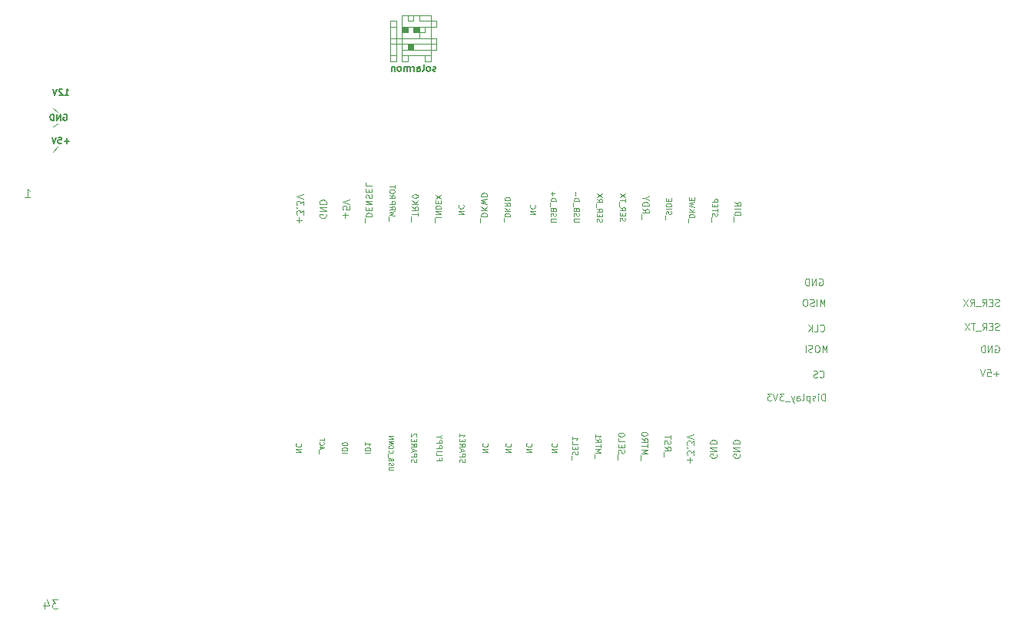
<source format=gbr>
G04 #@! TF.GenerationSoftware,KiCad,Pcbnew,(5.1.9)-1*
G04 #@! TF.CreationDate,2021-07-31T21:08:57+01:00*
G04 #@! TF.ProjectId,Greaseweazle F1 Plus Gotek Rev 1.1,47726561-7365-4776-9561-7a6c65204631,1*
G04 #@! TF.SameCoordinates,PX6312cb0PY6bcb370*
G04 #@! TF.FileFunction,Legend,Bot*
G04 #@! TF.FilePolarity,Positive*
%FSLAX46Y46*%
G04 Gerber Fmt 4.6, Leading zero omitted, Abs format (unit mm)*
G04 Created by KiCad (PCBNEW (5.1.9)-1) date 2021-07-31 21:08:57*
%MOMM*%
%LPD*%
G01*
G04 APERTURE LIST*
%ADD10C,0.120000*%
%ADD11C,0.125000*%
%ADD12C,0.150000*%
%ADD13C,0.100000*%
G04 APERTURE END LIST*
D10*
X-2794000Y50927000D02*
X-3302000Y50546000D01*
X-2794000Y52197000D02*
X-3302000Y52578000D01*
X-2794000Y48387000D02*
X-3302000Y47752000D01*
D11*
X-2746477Y-1611380D02*
X-3365524Y-1611380D01*
X-3032191Y-1992333D01*
X-3175048Y-1992333D01*
X-3270286Y-2039952D01*
X-3317905Y-2087571D01*
X-3365524Y-2182809D01*
X-3365524Y-2420904D01*
X-3317905Y-2516142D01*
X-3270286Y-2563761D01*
X-3175048Y-2611380D01*
X-2889334Y-2611380D01*
X-2794096Y-2563761D01*
X-2746477Y-2516142D01*
X-4222667Y-1944714D02*
X-4222667Y-2611380D01*
X-3984572Y-1563761D02*
X-3746477Y-2278047D01*
X-4365524Y-2278047D01*
X-6381715Y42727620D02*
X-5810286Y42727620D01*
X-6096000Y42727620D02*
X-6096000Y43727620D01*
X-6000762Y43584762D01*
X-5905524Y43489524D01*
X-5810286Y43441905D01*
X81799114Y20336315D02*
X81799114Y21086315D01*
X81620542Y21086315D01*
X81513400Y21050600D01*
X81441971Y20979172D01*
X81406257Y20907743D01*
X81370542Y20764886D01*
X81370542Y20657743D01*
X81406257Y20514886D01*
X81441971Y20443458D01*
X81513400Y20372029D01*
X81620542Y20336315D01*
X81799114Y20336315D01*
X81049114Y20336315D02*
X81049114Y20836315D01*
X81049114Y21086315D02*
X81084828Y21050600D01*
X81049114Y21014886D01*
X81013400Y21050600D01*
X81049114Y21086315D01*
X81049114Y21014886D01*
X80727685Y20372029D02*
X80656257Y20336315D01*
X80513400Y20336315D01*
X80441971Y20372029D01*
X80406257Y20443458D01*
X80406257Y20479172D01*
X80441971Y20550600D01*
X80513400Y20586315D01*
X80620542Y20586315D01*
X80691971Y20622029D01*
X80727685Y20693458D01*
X80727685Y20729172D01*
X80691971Y20800600D01*
X80620542Y20836315D01*
X80513400Y20836315D01*
X80441971Y20800600D01*
X80084828Y20836315D02*
X80084828Y20086315D01*
X80084828Y20800600D02*
X80013400Y20836315D01*
X79870542Y20836315D01*
X79799114Y20800600D01*
X79763400Y20764886D01*
X79727685Y20693458D01*
X79727685Y20479172D01*
X79763400Y20407743D01*
X79799114Y20372029D01*
X79870542Y20336315D01*
X80013400Y20336315D01*
X80084828Y20372029D01*
X79299114Y20336315D02*
X79370542Y20372029D01*
X79406257Y20443458D01*
X79406257Y21086315D01*
X78691971Y20336315D02*
X78691971Y20729172D01*
X78727685Y20800600D01*
X78799114Y20836315D01*
X78941971Y20836315D01*
X79013400Y20800600D01*
X78691971Y20372029D02*
X78763400Y20336315D01*
X78941971Y20336315D01*
X79013400Y20372029D01*
X79049114Y20443458D01*
X79049114Y20514886D01*
X79013400Y20586315D01*
X78941971Y20622029D01*
X78763400Y20622029D01*
X78691971Y20657743D01*
X78406257Y20836315D02*
X78227685Y20336315D01*
X78049114Y20836315D02*
X78227685Y20336315D01*
X78299114Y20157743D01*
X78334828Y20122029D01*
X78406257Y20086315D01*
X77941971Y20264886D02*
X77370542Y20264886D01*
X77263400Y21086315D02*
X76799114Y21086315D01*
X77049114Y20800600D01*
X76941971Y20800600D01*
X76870542Y20764886D01*
X76834828Y20729172D01*
X76799114Y20657743D01*
X76799114Y20479172D01*
X76834828Y20407743D01*
X76870542Y20372029D01*
X76941971Y20336315D01*
X77156257Y20336315D01*
X77227685Y20372029D01*
X77263400Y20407743D01*
X76584828Y21086315D02*
X76334828Y20336315D01*
X76084828Y21086315D01*
X75906257Y21086315D02*
X75441971Y21086315D01*
X75691971Y20800600D01*
X75584828Y20800600D01*
X75513400Y20764886D01*
X75477685Y20729172D01*
X75441971Y20657743D01*
X75441971Y20479172D01*
X75477685Y20407743D01*
X75513400Y20372029D01*
X75584828Y20336315D01*
X75799114Y20336315D01*
X75870542Y20372029D01*
X75906257Y20407743D01*
X81208429Y22947743D02*
X81244143Y22912029D01*
X81351286Y22876315D01*
X81422714Y22876315D01*
X81529857Y22912029D01*
X81601286Y22983458D01*
X81637000Y23054886D01*
X81672714Y23197743D01*
X81672714Y23304886D01*
X81637000Y23447743D01*
X81601286Y23519172D01*
X81529857Y23590600D01*
X81422714Y23626315D01*
X81351286Y23626315D01*
X81244143Y23590600D01*
X81208429Y23554886D01*
X80922714Y22912029D02*
X80815571Y22876315D01*
X80637000Y22876315D01*
X80565571Y22912029D01*
X80529857Y22947743D01*
X80494143Y23019172D01*
X80494143Y23090600D01*
X80529857Y23162029D01*
X80565571Y23197743D01*
X80637000Y23233458D01*
X80779857Y23269172D01*
X80851286Y23304886D01*
X80887000Y23340600D01*
X80922714Y23412029D01*
X80922714Y23483458D01*
X80887000Y23554886D01*
X80851286Y23590600D01*
X80779857Y23626315D01*
X80601286Y23626315D01*
X80494143Y23590600D01*
X82008000Y25670315D02*
X82008000Y26420315D01*
X81758000Y25884600D01*
X81508000Y26420315D01*
X81508000Y25670315D01*
X81008000Y26420315D02*
X80865143Y26420315D01*
X80793714Y26384600D01*
X80722286Y26313172D01*
X80686571Y26170315D01*
X80686571Y25920315D01*
X80722286Y25777458D01*
X80793714Y25706029D01*
X80865143Y25670315D01*
X81008000Y25670315D01*
X81079429Y25706029D01*
X81150857Y25777458D01*
X81186571Y25920315D01*
X81186571Y26170315D01*
X81150857Y26313172D01*
X81079429Y26384600D01*
X81008000Y26420315D01*
X80400857Y25706029D02*
X80293714Y25670315D01*
X80115143Y25670315D01*
X80043714Y25706029D01*
X80008000Y25741743D01*
X79972286Y25813172D01*
X79972286Y25884600D01*
X80008000Y25956029D01*
X80043714Y25991743D01*
X80115143Y26027458D01*
X80258000Y26063172D01*
X80329429Y26098886D01*
X80365143Y26134600D01*
X80400857Y26206029D01*
X80400857Y26277458D01*
X80365143Y26348886D01*
X80329429Y26384600D01*
X80258000Y26420315D01*
X80079429Y26420315D01*
X79972286Y26384600D01*
X79650857Y25670315D02*
X79650857Y26420315D01*
X81275857Y28027743D02*
X81311571Y27992029D01*
X81418714Y27956315D01*
X81490143Y27956315D01*
X81597286Y27992029D01*
X81668714Y28063458D01*
X81704429Y28134886D01*
X81740143Y28277743D01*
X81740143Y28384886D01*
X81704429Y28527743D01*
X81668714Y28599172D01*
X81597286Y28670600D01*
X81490143Y28706315D01*
X81418714Y28706315D01*
X81311571Y28670600D01*
X81275857Y28634886D01*
X80597286Y27956315D02*
X80954429Y27956315D01*
X80954429Y28706315D01*
X80347286Y27956315D02*
X80347286Y28706315D01*
X79918714Y27956315D02*
X80240143Y28384886D01*
X79918714Y28706315D02*
X80347286Y28277743D01*
X81754000Y30750315D02*
X81754000Y31500315D01*
X81504000Y30964600D01*
X81254000Y31500315D01*
X81254000Y30750315D01*
X80896857Y30750315D02*
X80896857Y31500315D01*
X80575429Y30786029D02*
X80468286Y30750315D01*
X80289714Y30750315D01*
X80218286Y30786029D01*
X80182571Y30821743D01*
X80146857Y30893172D01*
X80146857Y30964600D01*
X80182571Y31036029D01*
X80218286Y31071743D01*
X80289714Y31107458D01*
X80432571Y31143172D01*
X80504000Y31178886D01*
X80539714Y31214600D01*
X80575429Y31286029D01*
X80575429Y31357458D01*
X80539714Y31428886D01*
X80504000Y31464600D01*
X80432571Y31500315D01*
X80254000Y31500315D01*
X80146857Y31464600D01*
X79682571Y31500315D02*
X79539714Y31500315D01*
X79468286Y31464600D01*
X79396857Y31393172D01*
X79361143Y31250315D01*
X79361143Y31000315D01*
X79396857Y30857458D01*
X79468286Y30786029D01*
X79539714Y30750315D01*
X79682571Y30750315D01*
X79754000Y30786029D01*
X79825429Y30857458D01*
X79861143Y31000315D01*
X79861143Y31250315D01*
X79825429Y31393172D01*
X79754000Y31464600D01*
X79682571Y31500315D01*
X81146857Y33750600D02*
X81218286Y33786315D01*
X81325429Y33786315D01*
X81432571Y33750600D01*
X81504000Y33679172D01*
X81539714Y33607743D01*
X81575429Y33464886D01*
X81575429Y33357743D01*
X81539714Y33214886D01*
X81504000Y33143458D01*
X81432571Y33072029D01*
X81325429Y33036315D01*
X81254000Y33036315D01*
X81146857Y33072029D01*
X81111143Y33107743D01*
X81111143Y33357743D01*
X81254000Y33357743D01*
X80789714Y33036315D02*
X80789714Y33786315D01*
X80361143Y33036315D01*
X80361143Y33786315D01*
X80004000Y33036315D02*
X80004000Y33786315D01*
X79825429Y33786315D01*
X79718286Y33750600D01*
X79646857Y33679172D01*
X79611143Y33607743D01*
X79575429Y33464886D01*
X79575429Y33357743D01*
X79611143Y33214886D01*
X79646857Y33143458D01*
X79718286Y33072029D01*
X79825429Y33036315D01*
X80004000Y33036315D01*
X61565285Y40298858D02*
X61565285Y40870286D01*
X61636714Y41477429D02*
X61993857Y41227429D01*
X61636714Y41048858D02*
X62386714Y41048858D01*
X62386714Y41334572D01*
X62351000Y41406000D01*
X62315285Y41441715D01*
X62243857Y41477429D01*
X62136714Y41477429D01*
X62065285Y41441715D01*
X62029571Y41406000D01*
X61993857Y41334572D01*
X61993857Y41048858D01*
X61636714Y41798858D02*
X62386714Y41798858D01*
X62386714Y41977429D01*
X62351000Y42084572D01*
X62279571Y42156000D01*
X62208142Y42191715D01*
X62065285Y42227429D01*
X61958142Y42227429D01*
X61815285Y42191715D01*
X61743857Y42156000D01*
X61672428Y42084572D01*
X61636714Y41977429D01*
X61636714Y41798858D01*
X61993857Y42691715D02*
X61636714Y42691715D01*
X62386714Y42441715D02*
X61993857Y42691715D01*
X62386714Y42941715D01*
X49258571Y40930572D02*
X49858571Y40930572D01*
X49258571Y41273429D01*
X49858571Y41273429D01*
X49315714Y41902000D02*
X49287142Y41873429D01*
X49258571Y41787715D01*
X49258571Y41730572D01*
X49287142Y41644858D01*
X49344285Y41587715D01*
X49401428Y41559143D01*
X49515714Y41530572D01*
X49601428Y41530572D01*
X49715714Y41559143D01*
X49772857Y41587715D01*
X49830000Y41644858D01*
X49858571Y41730572D01*
X49858571Y41787715D01*
X49830000Y41873429D01*
X49801428Y41902000D01*
X23477571Y14641572D02*
X24077571Y14641572D01*
X23477571Y14984429D01*
X24077571Y14984429D01*
X23534714Y15613000D02*
X23506142Y15584429D01*
X23477571Y15498715D01*
X23477571Y15441572D01*
X23506142Y15355858D01*
X23563285Y15298715D01*
X23620428Y15270143D01*
X23734714Y15241572D01*
X23820428Y15241572D01*
X23934714Y15270143D01*
X23991857Y15298715D01*
X24049000Y15355858D01*
X24077571Y15441572D01*
X24077571Y15498715D01*
X24049000Y15584429D01*
X24020428Y15613000D01*
X28557571Y14527286D02*
X29157571Y14527286D01*
X28557571Y14813000D02*
X29157571Y14813000D01*
X29157571Y14955858D01*
X29129000Y15041572D01*
X29071857Y15098715D01*
X29014714Y15127286D01*
X28900428Y15155858D01*
X28814714Y15155858D01*
X28700428Y15127286D01*
X28643285Y15098715D01*
X28586142Y15041572D01*
X28557571Y14955858D01*
X28557571Y14813000D01*
X29157571Y15527286D02*
X29157571Y15584429D01*
X29129000Y15641572D01*
X29100428Y15670143D01*
X29043285Y15698715D01*
X28929000Y15727286D01*
X28786142Y15727286D01*
X28671857Y15698715D01*
X28614714Y15670143D01*
X28586142Y15641572D01*
X28557571Y15584429D01*
X28557571Y15527286D01*
X28586142Y15470143D01*
X28614714Y15441572D01*
X28671857Y15413000D01*
X28786142Y15384429D01*
X28929000Y15384429D01*
X29043285Y15413000D01*
X29100428Y15441572D01*
X29129000Y15470143D01*
X29157571Y15527286D01*
X31097571Y14527286D02*
X31697571Y14527286D01*
X31097571Y14813000D02*
X31697571Y14813000D01*
X31697571Y14955858D01*
X31669000Y15041572D01*
X31611857Y15098715D01*
X31554714Y15127286D01*
X31440428Y15155858D01*
X31354714Y15155858D01*
X31240428Y15127286D01*
X31183285Y15098715D01*
X31126142Y15041572D01*
X31097571Y14955858D01*
X31097571Y14813000D01*
X31097571Y15727286D02*
X31097571Y15384429D01*
X31097571Y15555858D02*
X31697571Y15555858D01*
X31611857Y15498715D01*
X31554714Y15441572D01*
X31526142Y15384429D01*
X36206142Y13527286D02*
X36177571Y13613000D01*
X36177571Y13755858D01*
X36206142Y13813000D01*
X36234714Y13841572D01*
X36291857Y13870143D01*
X36349000Y13870143D01*
X36406142Y13841572D01*
X36434714Y13813000D01*
X36463285Y13755858D01*
X36491857Y13641572D01*
X36520428Y13584429D01*
X36549000Y13555858D01*
X36606142Y13527286D01*
X36663285Y13527286D01*
X36720428Y13555858D01*
X36749000Y13584429D01*
X36777571Y13641572D01*
X36777571Y13784429D01*
X36749000Y13870143D01*
X36177571Y14127286D02*
X36777571Y14127286D01*
X36777571Y14355858D01*
X36749000Y14413000D01*
X36720428Y14441572D01*
X36663285Y14470143D01*
X36577571Y14470143D01*
X36520428Y14441572D01*
X36491857Y14413000D01*
X36463285Y14355858D01*
X36463285Y14127286D01*
X36349000Y14698715D02*
X36349000Y14984429D01*
X36177571Y14641572D02*
X36777571Y14841572D01*
X36177571Y15041572D01*
X36177571Y15584429D02*
X36463285Y15384429D01*
X36177571Y15241572D02*
X36777571Y15241572D01*
X36777571Y15470143D01*
X36749000Y15527286D01*
X36720428Y15555858D01*
X36663285Y15584429D01*
X36577571Y15584429D01*
X36520428Y15555858D01*
X36491857Y15527286D01*
X36463285Y15470143D01*
X36463285Y15241572D01*
X36491857Y15841572D02*
X36491857Y16041572D01*
X36177571Y16127286D02*
X36177571Y15841572D01*
X36777571Y15841572D01*
X36777571Y16127286D01*
X36720428Y16355858D02*
X36749000Y16384429D01*
X36777571Y16441572D01*
X36777571Y16584429D01*
X36749000Y16641572D01*
X36720428Y16670143D01*
X36663285Y16698715D01*
X36606142Y16698715D01*
X36520428Y16670143D01*
X36177571Y16327286D01*
X36177571Y16698715D01*
X39285857Y13955858D02*
X39285857Y13755858D01*
X38971571Y13755858D02*
X39571571Y13755858D01*
X39571571Y14041572D01*
X38971571Y14555858D02*
X38971571Y14270143D01*
X39571571Y14270143D01*
X38971571Y14755858D02*
X39571571Y14755858D01*
X38971571Y15041572D02*
X39571571Y15041572D01*
X39571571Y15270143D01*
X39543000Y15327286D01*
X39514428Y15355858D01*
X39457285Y15384429D01*
X39371571Y15384429D01*
X39314428Y15355858D01*
X39285857Y15327286D01*
X39257285Y15270143D01*
X39257285Y15041572D01*
X38971571Y15641572D02*
X39571571Y15641572D01*
X39571571Y15870143D01*
X39543000Y15927286D01*
X39514428Y15955858D01*
X39457285Y15984429D01*
X39371571Y15984429D01*
X39314428Y15955858D01*
X39285857Y15927286D01*
X39257285Y15870143D01*
X39257285Y15641572D01*
X39257285Y16355858D02*
X38971571Y16355858D01*
X39571571Y16155858D02*
X39257285Y16355858D01*
X39571571Y16555858D01*
X41540142Y13527286D02*
X41511571Y13613000D01*
X41511571Y13755858D01*
X41540142Y13813000D01*
X41568714Y13841572D01*
X41625857Y13870143D01*
X41683000Y13870143D01*
X41740142Y13841572D01*
X41768714Y13813000D01*
X41797285Y13755858D01*
X41825857Y13641572D01*
X41854428Y13584429D01*
X41883000Y13555858D01*
X41940142Y13527286D01*
X41997285Y13527286D01*
X42054428Y13555858D01*
X42083000Y13584429D01*
X42111571Y13641572D01*
X42111571Y13784429D01*
X42083000Y13870143D01*
X41511571Y14127286D02*
X42111571Y14127286D01*
X42111571Y14355858D01*
X42083000Y14413000D01*
X42054428Y14441572D01*
X41997285Y14470143D01*
X41911571Y14470143D01*
X41854428Y14441572D01*
X41825857Y14413000D01*
X41797285Y14355858D01*
X41797285Y14127286D01*
X41683000Y14698715D02*
X41683000Y14984429D01*
X41511571Y14641572D02*
X42111571Y14841572D01*
X41511571Y15041572D01*
X41511571Y15584429D02*
X41797285Y15384429D01*
X41511571Y15241572D02*
X42111571Y15241572D01*
X42111571Y15470143D01*
X42083000Y15527286D01*
X42054428Y15555858D01*
X41997285Y15584429D01*
X41911571Y15584429D01*
X41854428Y15555858D01*
X41825857Y15527286D01*
X41797285Y15470143D01*
X41797285Y15241572D01*
X41825857Y15841572D02*
X41825857Y16041572D01*
X41511571Y16127286D02*
X41511571Y15841572D01*
X42111571Y15841572D01*
X42111571Y16127286D01*
X41511571Y16698715D02*
X41511571Y16355858D01*
X41511571Y16527286D02*
X42111571Y16527286D01*
X42025857Y16470143D01*
X41968714Y16413000D01*
X41940142Y16355858D01*
X44051571Y14641572D02*
X44651571Y14641572D01*
X44051571Y14984429D01*
X44651571Y14984429D01*
X44108714Y15613000D02*
X44080142Y15584429D01*
X44051571Y15498715D01*
X44051571Y15441572D01*
X44080142Y15355858D01*
X44137285Y15298715D01*
X44194428Y15270143D01*
X44308714Y15241572D01*
X44394428Y15241572D01*
X44508714Y15270143D01*
X44565857Y15298715D01*
X44623000Y15355858D01*
X44651571Y15441572D01*
X44651571Y15498715D01*
X44623000Y15584429D01*
X44594428Y15613000D01*
X46591571Y14641572D02*
X47191571Y14641572D01*
X46591571Y14984429D01*
X47191571Y14984429D01*
X46648714Y15613000D02*
X46620142Y15584429D01*
X46591571Y15498715D01*
X46591571Y15441572D01*
X46620142Y15355858D01*
X46677285Y15298715D01*
X46734428Y15270143D01*
X46848714Y15241572D01*
X46934428Y15241572D01*
X47048714Y15270143D01*
X47105857Y15298715D01*
X47163000Y15355858D01*
X47191571Y15441572D01*
X47191571Y15498715D01*
X47163000Y15584429D01*
X47134428Y15613000D01*
X48877571Y14641572D02*
X49477571Y14641572D01*
X48877571Y14984429D01*
X49477571Y14984429D01*
X48934714Y15613000D02*
X48906142Y15584429D01*
X48877571Y15498715D01*
X48877571Y15441572D01*
X48906142Y15355858D01*
X48963285Y15298715D01*
X49020428Y15270143D01*
X49134714Y15241572D01*
X49220428Y15241572D01*
X49334714Y15270143D01*
X49391857Y15298715D01*
X49449000Y15355858D01*
X49477571Y15441572D01*
X49477571Y15498715D01*
X49449000Y15584429D01*
X49420428Y15613000D01*
X51671571Y14641572D02*
X52271571Y14641572D01*
X51671571Y14984429D01*
X52271571Y14984429D01*
X51728714Y15613000D02*
X51700142Y15584429D01*
X51671571Y15498715D01*
X51671571Y15441572D01*
X51700142Y15355858D01*
X51757285Y15298715D01*
X51814428Y15270143D01*
X51928714Y15241572D01*
X52014428Y15241572D01*
X52128714Y15270143D01*
X52185857Y15298715D01*
X52243000Y15355858D01*
X52271571Y15441572D01*
X52271571Y15498715D01*
X52243000Y15584429D01*
X52214428Y15613000D01*
X53900428Y13798715D02*
X53900428Y14255858D01*
X53986142Y14370143D02*
X53957571Y14455858D01*
X53957571Y14598715D01*
X53986142Y14655858D01*
X54014714Y14684429D01*
X54071857Y14713000D01*
X54129000Y14713000D01*
X54186142Y14684429D01*
X54214714Y14655858D01*
X54243285Y14598715D01*
X54271857Y14484429D01*
X54300428Y14427286D01*
X54329000Y14398715D01*
X54386142Y14370143D01*
X54443285Y14370143D01*
X54500428Y14398715D01*
X54529000Y14427286D01*
X54557571Y14484429D01*
X54557571Y14627286D01*
X54529000Y14713000D01*
X54271857Y14970143D02*
X54271857Y15170143D01*
X53957571Y15255858D02*
X53957571Y14970143D01*
X54557571Y14970143D01*
X54557571Y15255858D01*
X53957571Y15798715D02*
X53957571Y15513000D01*
X54557571Y15513000D01*
X53957571Y16313000D02*
X53957571Y15970143D01*
X53957571Y16141572D02*
X54557571Y16141572D01*
X54471857Y16084429D01*
X54414714Y16027286D01*
X54386142Y15970143D01*
X100981028Y28144429D02*
X100873886Y28108715D01*
X100695314Y28108715D01*
X100623886Y28144429D01*
X100588171Y28180143D01*
X100552457Y28251572D01*
X100552457Y28323000D01*
X100588171Y28394429D01*
X100623886Y28430143D01*
X100695314Y28465858D01*
X100838171Y28501572D01*
X100909600Y28537286D01*
X100945314Y28573000D01*
X100981028Y28644429D01*
X100981028Y28715858D01*
X100945314Y28787286D01*
X100909600Y28823000D01*
X100838171Y28858715D01*
X100659600Y28858715D01*
X100552457Y28823000D01*
X100231028Y28501572D02*
X99981028Y28501572D01*
X99873886Y28108715D02*
X100231028Y28108715D01*
X100231028Y28858715D01*
X99873886Y28858715D01*
X99123886Y28108715D02*
X99373886Y28465858D01*
X99552457Y28108715D02*
X99552457Y28858715D01*
X99266743Y28858715D01*
X99195314Y28823000D01*
X99159600Y28787286D01*
X99123886Y28715858D01*
X99123886Y28608715D01*
X99159600Y28537286D01*
X99195314Y28501572D01*
X99266743Y28465858D01*
X99552457Y28465858D01*
X98981028Y28037286D02*
X98409600Y28037286D01*
X98338171Y28858715D02*
X97909600Y28858715D01*
X98123886Y28108715D02*
X98123886Y28858715D01*
X97731028Y28858715D02*
X97231028Y28108715D01*
X97231028Y28858715D02*
X97731028Y28108715D01*
X100981028Y30811429D02*
X100873885Y30775715D01*
X100695314Y30775715D01*
X100623885Y30811429D01*
X100588171Y30847143D01*
X100552457Y30918572D01*
X100552457Y30990000D01*
X100588171Y31061429D01*
X100623885Y31097143D01*
X100695314Y31132858D01*
X100838171Y31168572D01*
X100909600Y31204286D01*
X100945314Y31240000D01*
X100981028Y31311429D01*
X100981028Y31382858D01*
X100945314Y31454286D01*
X100909600Y31490000D01*
X100838171Y31525715D01*
X100659600Y31525715D01*
X100552457Y31490000D01*
X100231028Y31168572D02*
X99981028Y31168572D01*
X99873885Y30775715D02*
X100231028Y30775715D01*
X100231028Y31525715D01*
X99873885Y31525715D01*
X99123885Y30775715D02*
X99373885Y31132858D01*
X99552457Y30775715D02*
X99552457Y31525715D01*
X99266742Y31525715D01*
X99195314Y31490000D01*
X99159600Y31454286D01*
X99123885Y31382858D01*
X99123885Y31275715D01*
X99159600Y31204286D01*
X99195314Y31168572D01*
X99266742Y31132858D01*
X99552457Y31132858D01*
X98981028Y30704286D02*
X98409600Y30704286D01*
X97802457Y30775715D02*
X98052457Y31132858D01*
X98231028Y30775715D02*
X98231028Y31525715D01*
X97945314Y31525715D01*
X97873885Y31490000D01*
X97838171Y31454286D01*
X97802457Y31382858D01*
X97802457Y31275715D01*
X97838171Y31204286D01*
X97873885Y31168572D01*
X97945314Y31132858D01*
X98231028Y31132858D01*
X97552457Y31525715D02*
X97052457Y30775715D01*
X97052457Y31525715D02*
X97552457Y30775715D01*
X100552457Y26359200D02*
X100623886Y26394915D01*
X100731029Y26394915D01*
X100838171Y26359200D01*
X100909600Y26287772D01*
X100945314Y26216343D01*
X100981029Y26073486D01*
X100981029Y25966343D01*
X100945314Y25823486D01*
X100909600Y25752058D01*
X100838171Y25680629D01*
X100731029Y25644915D01*
X100659600Y25644915D01*
X100552457Y25680629D01*
X100516743Y25716343D01*
X100516743Y25966343D01*
X100659600Y25966343D01*
X100195314Y25644915D02*
X100195314Y26394915D01*
X99766743Y25644915D01*
X99766743Y26394915D01*
X99409600Y25644915D02*
X99409600Y26394915D01*
X99231029Y26394915D01*
X99123886Y26359200D01*
X99052457Y26287772D01*
X99016743Y26216343D01*
X98981029Y26073486D01*
X98981029Y25966343D01*
X99016743Y25823486D01*
X99052457Y25752058D01*
X99123886Y25680629D01*
X99231029Y25644915D01*
X99409600Y25644915D01*
X100945314Y23289029D02*
X100373886Y23289029D01*
X100659600Y23003315D02*
X100659600Y23574743D01*
X99659600Y23753315D02*
X100016743Y23753315D01*
X100052457Y23396172D01*
X100016743Y23431886D01*
X99945314Y23467600D01*
X99766743Y23467600D01*
X99695314Y23431886D01*
X99659600Y23396172D01*
X99623886Y23324743D01*
X99623886Y23146172D01*
X99659600Y23074743D01*
X99695314Y23039029D01*
X99766743Y23003315D01*
X99945314Y23003315D01*
X100016743Y23039029D01*
X100052457Y23074743D01*
X99409600Y23753315D02*
X99159600Y23003315D01*
X98909600Y23753315D01*
X56440428Y13981286D02*
X56440428Y14438429D01*
X56497571Y14581286D02*
X57097571Y14581286D01*
X56669000Y14781286D01*
X57097571Y14981286D01*
X56497571Y14981286D01*
X57097571Y15181286D02*
X57097571Y15524143D01*
X56497571Y15352715D02*
X57097571Y15352715D01*
X56497571Y16067000D02*
X56783285Y15867000D01*
X56497571Y15724143D02*
X57097571Y15724143D01*
X57097571Y15952715D01*
X57069000Y16009858D01*
X57040428Y16038429D01*
X56983285Y16067000D01*
X56897571Y16067000D01*
X56840428Y16038429D01*
X56811857Y16009858D01*
X56783285Y15952715D01*
X56783285Y15724143D01*
X56497571Y16638429D02*
X56497571Y16295572D01*
X56497571Y16467000D02*
X57097571Y16467000D01*
X57011857Y16409858D01*
X56954714Y16352715D01*
X56926142Y16295572D01*
X64005666Y14150334D02*
X64005666Y14683667D01*
X64072333Y15250334D02*
X64405666Y15017000D01*
X64072333Y14850334D02*
X64772333Y14850334D01*
X64772333Y15117000D01*
X64739000Y15183667D01*
X64705666Y15217000D01*
X64639000Y15250334D01*
X64539000Y15250334D01*
X64472333Y15217000D01*
X64439000Y15183667D01*
X64405666Y15117000D01*
X64405666Y14850334D01*
X64105666Y15517000D02*
X64072333Y15617000D01*
X64072333Y15783667D01*
X64105666Y15850334D01*
X64139000Y15883667D01*
X64205666Y15917000D01*
X64272333Y15917000D01*
X64339000Y15883667D01*
X64372333Y15850334D01*
X64405666Y15783667D01*
X64439000Y15650334D01*
X64472333Y15583667D01*
X64505666Y15550334D01*
X64572333Y15517000D01*
X64639000Y15517000D01*
X64705666Y15550334D01*
X64739000Y15583667D01*
X64772333Y15650334D01*
X64772333Y15817000D01*
X64739000Y15917000D01*
X64772333Y16117000D02*
X64772333Y16517000D01*
X64072333Y16317000D02*
X64772333Y16317000D01*
X61465666Y13750334D02*
X61465666Y14283667D01*
X61532333Y14450334D02*
X62232333Y14450334D01*
X61732333Y14683667D01*
X62232333Y14917000D01*
X61532333Y14917000D01*
X62232333Y15150334D02*
X62232333Y15550334D01*
X61532333Y15350334D02*
X62232333Y15350334D01*
X61532333Y16183667D02*
X61865666Y15950334D01*
X61532333Y15783667D02*
X62232333Y15783667D01*
X62232333Y16050334D01*
X62199000Y16117000D01*
X62165666Y16150334D01*
X62099000Y16183667D01*
X61999000Y16183667D01*
X61932333Y16150334D01*
X61899000Y16117000D01*
X61865666Y16050334D01*
X61865666Y15783667D01*
X62232333Y16617000D02*
X62232333Y16683667D01*
X62199000Y16750334D01*
X62165666Y16783667D01*
X62099000Y16817000D01*
X61965666Y16850334D01*
X61799000Y16850334D01*
X61665666Y16817000D01*
X61599000Y16783667D01*
X61565666Y16750334D01*
X61532333Y16683667D01*
X61532333Y16617000D01*
X61565666Y16550334D01*
X61599000Y16517000D01*
X61665666Y16483667D01*
X61799000Y16450334D01*
X61965666Y16450334D01*
X62099000Y16483667D01*
X62165666Y16517000D01*
X62199000Y16550334D01*
X62232333Y16617000D01*
X66875428Y13486000D02*
X66875428Y14057429D01*
X66589714Y13771715D02*
X67161142Y13771715D01*
X67339714Y14343143D02*
X67339714Y14807429D01*
X67054000Y14557429D01*
X67054000Y14664572D01*
X67018285Y14736000D01*
X66982571Y14771715D01*
X66911142Y14807429D01*
X66732571Y14807429D01*
X66661142Y14771715D01*
X66625428Y14736000D01*
X66589714Y14664572D01*
X66589714Y14450286D01*
X66625428Y14378858D01*
X66661142Y14343143D01*
X66661142Y15128858D02*
X66625428Y15164572D01*
X66589714Y15128858D01*
X66625428Y15093143D01*
X66661142Y15128858D01*
X66589714Y15128858D01*
X67339714Y15414572D02*
X67339714Y15878858D01*
X67054000Y15628858D01*
X67054000Y15736000D01*
X67018285Y15807429D01*
X66982571Y15843143D01*
X66911142Y15878858D01*
X66732571Y15878858D01*
X66661142Y15843143D01*
X66625428Y15807429D01*
X66589714Y15736000D01*
X66589714Y15521715D01*
X66625428Y15450286D01*
X66661142Y15414572D01*
X67339714Y16093143D02*
X66589714Y16343143D01*
X67339714Y16593143D01*
X34182809Y12684358D02*
X33778047Y12684358D01*
X33730428Y12708167D01*
X33706619Y12731977D01*
X33682809Y12779596D01*
X33682809Y12874834D01*
X33706619Y12922453D01*
X33730428Y12946262D01*
X33778047Y12970072D01*
X34182809Y12970072D01*
X33706619Y13184358D02*
X33682809Y13255786D01*
X33682809Y13374834D01*
X33706619Y13422453D01*
X33730428Y13446262D01*
X33778047Y13470072D01*
X33825666Y13470072D01*
X33873285Y13446262D01*
X33897095Y13422453D01*
X33920904Y13374834D01*
X33944714Y13279596D01*
X33968523Y13231977D01*
X33992333Y13208167D01*
X34039952Y13184358D01*
X34087571Y13184358D01*
X34135190Y13208167D01*
X34159000Y13231977D01*
X34182809Y13279596D01*
X34182809Y13398643D01*
X34159000Y13470072D01*
X33944714Y13851024D02*
X33920904Y13922453D01*
X33897095Y13946262D01*
X33849476Y13970072D01*
X33778047Y13970072D01*
X33730428Y13946262D01*
X33706619Y13922453D01*
X33682809Y13874834D01*
X33682809Y13684358D01*
X34182809Y13684358D01*
X34182809Y13851024D01*
X34159000Y13898643D01*
X34135190Y13922453D01*
X34087571Y13946262D01*
X34039952Y13946262D01*
X33992333Y13922453D01*
X33968523Y13898643D01*
X33944714Y13851024D01*
X33944714Y13684358D01*
X33635190Y14065310D02*
X33635190Y14446262D01*
X33730428Y14851024D02*
X33706619Y14827215D01*
X33682809Y14755786D01*
X33682809Y14708167D01*
X33706619Y14636739D01*
X33754238Y14589120D01*
X33801857Y14565310D01*
X33897095Y14541500D01*
X33968523Y14541500D01*
X34063761Y14565310D01*
X34111380Y14589120D01*
X34159000Y14636739D01*
X34182809Y14708167D01*
X34182809Y14755786D01*
X34159000Y14827215D01*
X34135190Y14851024D01*
X34182809Y15160548D02*
X34182809Y15255786D01*
X34159000Y15303405D01*
X34111380Y15351024D01*
X34016142Y15374834D01*
X33849476Y15374834D01*
X33754238Y15351024D01*
X33706619Y15303405D01*
X33682809Y15255786D01*
X33682809Y15160548D01*
X33706619Y15112929D01*
X33754238Y15065310D01*
X33849476Y15041500D01*
X34016142Y15041500D01*
X34111380Y15065310D01*
X34159000Y15112929D01*
X34182809Y15160548D01*
X33682809Y15589120D02*
X34182809Y15589120D01*
X33682809Y15874834D01*
X34182809Y15874834D01*
X33682809Y16112929D02*
X34182809Y16112929D01*
X33682809Y16398643D01*
X34182809Y16398643D01*
X58925666Y13833667D02*
X58925666Y14367000D01*
X59025666Y14500334D02*
X58992333Y14600334D01*
X58992333Y14767000D01*
X59025666Y14833667D01*
X59059000Y14867000D01*
X59125666Y14900334D01*
X59192333Y14900334D01*
X59259000Y14867000D01*
X59292333Y14833667D01*
X59325666Y14767000D01*
X59359000Y14633667D01*
X59392333Y14567000D01*
X59425666Y14533667D01*
X59492333Y14500334D01*
X59559000Y14500334D01*
X59625666Y14533667D01*
X59659000Y14567000D01*
X59692333Y14633667D01*
X59692333Y14800334D01*
X59659000Y14900334D01*
X59359000Y15200334D02*
X59359000Y15433667D01*
X58992333Y15533667D02*
X58992333Y15200334D01*
X59692333Y15200334D01*
X59692333Y15533667D01*
X58992333Y16167000D02*
X58992333Y15833667D01*
X59692333Y15833667D01*
X59692333Y16533667D02*
X59692333Y16600334D01*
X59659000Y16667000D01*
X59625666Y16700334D01*
X59559000Y16733667D01*
X59425666Y16767000D01*
X59259000Y16767000D01*
X59125666Y16733667D01*
X59059000Y16700334D01*
X59025666Y16667000D01*
X58992333Y16600334D01*
X58992333Y16533667D01*
X59025666Y16467000D01*
X59059000Y16433667D01*
X59125666Y16400334D01*
X59259000Y16367000D01*
X59425666Y16367000D01*
X59559000Y16400334D01*
X59625666Y16433667D01*
X59659000Y16467000D01*
X59692333Y16533667D01*
X69844000Y14414572D02*
X69879714Y14343143D01*
X69879714Y14236000D01*
X69844000Y14128858D01*
X69772571Y14057429D01*
X69701142Y14021715D01*
X69558285Y13986000D01*
X69451142Y13986000D01*
X69308285Y14021715D01*
X69236857Y14057429D01*
X69165428Y14128858D01*
X69129714Y14236000D01*
X69129714Y14307429D01*
X69165428Y14414572D01*
X69201142Y14450286D01*
X69451142Y14450286D01*
X69451142Y14307429D01*
X69129714Y14771715D02*
X69879714Y14771715D01*
X69129714Y15200286D01*
X69879714Y15200286D01*
X69129714Y15557429D02*
X69879714Y15557429D01*
X69879714Y15736000D01*
X69844000Y15843143D01*
X69772571Y15914572D01*
X69701142Y15950286D01*
X69558285Y15986000D01*
X69451142Y15986000D01*
X69308285Y15950286D01*
X69236857Y15914572D01*
X69165428Y15843143D01*
X69129714Y15736000D01*
X69129714Y15557429D01*
X72384000Y14414572D02*
X72419714Y14343143D01*
X72419714Y14236000D01*
X72384000Y14128858D01*
X72312571Y14057429D01*
X72241142Y14021715D01*
X72098285Y13986000D01*
X71991142Y13986000D01*
X71848285Y14021715D01*
X71776857Y14057429D01*
X71705428Y14128858D01*
X71669714Y14236000D01*
X71669714Y14307429D01*
X71705428Y14414572D01*
X71741142Y14450286D01*
X71991142Y14450286D01*
X71991142Y14307429D01*
X71669714Y14771715D02*
X72419714Y14771715D01*
X71669714Y15200286D01*
X72419714Y15200286D01*
X71669714Y15557429D02*
X72419714Y15557429D01*
X72419714Y15736000D01*
X72384000Y15843143D01*
X72312571Y15914572D01*
X72241142Y15950286D01*
X72098285Y15986000D01*
X71991142Y15986000D01*
X71848285Y15950286D01*
X71776857Y15914572D01*
X71705428Y15843143D01*
X71669714Y15736000D01*
X71669714Y15557429D01*
X26015190Y14521762D02*
X26015190Y14902715D01*
X26205666Y14997953D02*
X26205666Y15236048D01*
X26062809Y14950334D02*
X26562809Y15117000D01*
X26062809Y15283667D01*
X26110428Y15736048D02*
X26086619Y15712239D01*
X26062809Y15640810D01*
X26062809Y15593191D01*
X26086619Y15521762D01*
X26134238Y15474143D01*
X26181857Y15450334D01*
X26277095Y15426524D01*
X26348523Y15426524D01*
X26443761Y15450334D01*
X26491380Y15474143D01*
X26539000Y15521762D01*
X26562809Y15593191D01*
X26562809Y15640810D01*
X26539000Y15712239D01*
X26515190Y15736048D01*
X26562809Y15878905D02*
X26562809Y16164620D01*
X26062809Y16021762D02*
X26562809Y16021762D01*
X31112666Y39930667D02*
X31112666Y40464000D01*
X31179333Y40630667D02*
X31879333Y40630667D01*
X31879333Y40797334D01*
X31846000Y40897334D01*
X31779333Y40964000D01*
X31712666Y40997334D01*
X31579333Y41030667D01*
X31479333Y41030667D01*
X31346000Y40997334D01*
X31279333Y40964000D01*
X31212666Y40897334D01*
X31179333Y40797334D01*
X31179333Y40630667D01*
X31546000Y41330667D02*
X31546000Y41564000D01*
X31179333Y41664000D02*
X31179333Y41330667D01*
X31879333Y41330667D01*
X31879333Y41664000D01*
X31179333Y41964000D02*
X31879333Y41964000D01*
X31179333Y42364000D01*
X31879333Y42364000D01*
X31212666Y42664000D02*
X31179333Y42764000D01*
X31179333Y42930667D01*
X31212666Y42997334D01*
X31246000Y43030667D01*
X31312666Y43064000D01*
X31379333Y43064000D01*
X31446000Y43030667D01*
X31479333Y42997334D01*
X31512666Y42930667D01*
X31546000Y42797334D01*
X31579333Y42730667D01*
X31612666Y42697334D01*
X31679333Y42664000D01*
X31746000Y42664000D01*
X31812666Y42697334D01*
X31846000Y42730667D01*
X31879333Y42797334D01*
X31879333Y42964000D01*
X31846000Y43064000D01*
X31546000Y43364000D02*
X31546000Y43597334D01*
X31179333Y43697334D02*
X31179333Y43364000D01*
X31879333Y43364000D01*
X31879333Y43697334D01*
X31179333Y44330667D02*
X31179333Y43997334D01*
X31879333Y43997334D01*
X26791000Y40894072D02*
X26826714Y40822643D01*
X26826714Y40715500D01*
X26791000Y40608358D01*
X26719571Y40536929D01*
X26648142Y40501215D01*
X26505285Y40465500D01*
X26398142Y40465500D01*
X26255285Y40501215D01*
X26183857Y40536929D01*
X26112428Y40608358D01*
X26076714Y40715500D01*
X26076714Y40786929D01*
X26112428Y40894072D01*
X26148142Y40929786D01*
X26398142Y40929786D01*
X26398142Y40786929D01*
X26076714Y41251215D02*
X26826714Y41251215D01*
X26076714Y41679786D01*
X26826714Y41679786D01*
X26076714Y42036929D02*
X26826714Y42036929D01*
X26826714Y42215500D01*
X26791000Y42322643D01*
X26719571Y42394072D01*
X26648142Y42429786D01*
X26505285Y42465500D01*
X26398142Y42465500D01*
X26255285Y42429786D01*
X26183857Y42394072D01*
X26112428Y42322643D01*
X26076714Y42215500D01*
X26076714Y42036929D01*
X28902428Y40501215D02*
X28902428Y41072643D01*
X28616714Y40786929D02*
X29188142Y40786929D01*
X29366714Y41786929D02*
X29366714Y41429786D01*
X29009571Y41394072D01*
X29045285Y41429786D01*
X29081000Y41501215D01*
X29081000Y41679786D01*
X29045285Y41751215D01*
X29009571Y41786929D01*
X28938142Y41822643D01*
X28759571Y41822643D01*
X28688142Y41786929D01*
X28652428Y41751215D01*
X28616714Y41679786D01*
X28616714Y41501215D01*
X28652428Y41429786D01*
X28688142Y41394072D01*
X29366714Y42036929D02*
X28616714Y42286929D01*
X29366714Y42536929D01*
X59193142Y40170286D02*
X59164571Y40256000D01*
X59164571Y40398858D01*
X59193142Y40456000D01*
X59221714Y40484572D01*
X59278857Y40513143D01*
X59336000Y40513143D01*
X59393142Y40484572D01*
X59421714Y40456000D01*
X59450285Y40398858D01*
X59478857Y40284572D01*
X59507428Y40227429D01*
X59536000Y40198858D01*
X59593142Y40170286D01*
X59650285Y40170286D01*
X59707428Y40198858D01*
X59736000Y40227429D01*
X59764571Y40284572D01*
X59764571Y40427429D01*
X59736000Y40513143D01*
X59478857Y40770286D02*
X59478857Y40970286D01*
X59164571Y41056000D02*
X59164571Y40770286D01*
X59764571Y40770286D01*
X59764571Y41056000D01*
X59164571Y41656000D02*
X59450285Y41456000D01*
X59164571Y41313143D02*
X59764571Y41313143D01*
X59764571Y41541715D01*
X59736000Y41598858D01*
X59707428Y41627429D01*
X59650285Y41656000D01*
X59564571Y41656000D01*
X59507428Y41627429D01*
X59478857Y41598858D01*
X59450285Y41541715D01*
X59450285Y41313143D01*
X59107428Y41770286D02*
X59107428Y42227429D01*
X59764571Y42284572D02*
X59764571Y42627429D01*
X59164571Y42456000D02*
X59764571Y42456000D01*
X59764571Y42770286D02*
X59164571Y43170286D01*
X59764571Y43170286D02*
X59164571Y42770286D01*
X46407428Y40036929D02*
X46407428Y40494072D01*
X46464571Y40636929D02*
X47064571Y40636929D01*
X47064571Y40779786D01*
X47036000Y40865500D01*
X46978857Y40922643D01*
X46921714Y40951215D01*
X46807428Y40979786D01*
X46721714Y40979786D01*
X46607428Y40951215D01*
X46550285Y40922643D01*
X46493142Y40865500D01*
X46464571Y40779786D01*
X46464571Y40636929D01*
X46464571Y41236929D02*
X47064571Y41236929D01*
X46464571Y41579786D02*
X46807428Y41322643D01*
X47064571Y41579786D02*
X46721714Y41236929D01*
X46464571Y42179786D02*
X46750285Y41979786D01*
X46464571Y41836929D02*
X47064571Y41836929D01*
X47064571Y42065500D01*
X47036000Y42122643D01*
X47007428Y42151215D01*
X46950285Y42179786D01*
X46864571Y42179786D01*
X46807428Y42151215D01*
X46778857Y42122643D01*
X46750285Y42065500D01*
X46750285Y41836929D01*
X46464571Y42436929D02*
X47064571Y42436929D01*
X47064571Y42579786D01*
X47036000Y42665500D01*
X46978857Y42722643D01*
X46921714Y42751215D01*
X46807428Y42779786D01*
X46721714Y42779786D01*
X46607428Y42751215D01*
X46550285Y42722643D01*
X46493142Y42665500D01*
X46464571Y42579786D01*
X46464571Y42436929D01*
X69267428Y40087715D02*
X69267428Y40544858D01*
X69353142Y40659143D02*
X69324571Y40744858D01*
X69324571Y40887715D01*
X69353142Y40944858D01*
X69381714Y40973429D01*
X69438857Y41002000D01*
X69496000Y41002000D01*
X69553142Y40973429D01*
X69581714Y40944858D01*
X69610285Y40887715D01*
X69638857Y40773429D01*
X69667428Y40716286D01*
X69696000Y40687715D01*
X69753142Y40659143D01*
X69810285Y40659143D01*
X69867428Y40687715D01*
X69896000Y40716286D01*
X69924571Y40773429D01*
X69924571Y40916286D01*
X69896000Y41002000D01*
X69924571Y41173429D02*
X69924571Y41516286D01*
X69324571Y41344858D02*
X69924571Y41344858D01*
X69638857Y41716286D02*
X69638857Y41916286D01*
X69324571Y42002000D02*
X69324571Y41716286D01*
X69924571Y41716286D01*
X69924571Y42002000D01*
X69324571Y42259143D02*
X69924571Y42259143D01*
X69924571Y42487715D01*
X69896000Y42544858D01*
X69867428Y42573429D01*
X69810285Y42602000D01*
X69724571Y42602000D01*
X69667428Y42573429D01*
X69638857Y42544858D01*
X69610285Y42487715D01*
X69610285Y42259143D01*
X52144571Y40062358D02*
X51658857Y40062358D01*
X51601714Y40090929D01*
X51573142Y40119500D01*
X51544571Y40176643D01*
X51544571Y40290929D01*
X51573142Y40348072D01*
X51601714Y40376643D01*
X51658857Y40405215D01*
X52144571Y40405215D01*
X51573142Y40662358D02*
X51544571Y40748072D01*
X51544571Y40890929D01*
X51573142Y40948072D01*
X51601714Y40976643D01*
X51658857Y41005215D01*
X51716000Y41005215D01*
X51773142Y40976643D01*
X51801714Y40948072D01*
X51830285Y40890929D01*
X51858857Y40776643D01*
X51887428Y40719500D01*
X51916000Y40690929D01*
X51973142Y40662358D01*
X52030285Y40662358D01*
X52087428Y40690929D01*
X52116000Y40719500D01*
X52144571Y40776643D01*
X52144571Y40919500D01*
X52116000Y41005215D01*
X51858857Y41462358D02*
X51830285Y41548072D01*
X51801714Y41576643D01*
X51744571Y41605215D01*
X51658857Y41605215D01*
X51601714Y41576643D01*
X51573142Y41548072D01*
X51544571Y41490929D01*
X51544571Y41262358D01*
X52144571Y41262358D01*
X52144571Y41462358D01*
X52116000Y41519500D01*
X52087428Y41548072D01*
X52030285Y41576643D01*
X51973142Y41576643D01*
X51916000Y41548072D01*
X51887428Y41519500D01*
X51858857Y41462358D01*
X51858857Y41262358D01*
X51487428Y41719500D02*
X51487428Y42176643D01*
X51544571Y42319500D02*
X52144571Y42319500D01*
X52144571Y42462358D01*
X52116000Y42548072D01*
X52058857Y42605215D01*
X52001714Y42633786D01*
X51887428Y42662358D01*
X51801714Y42662358D01*
X51687428Y42633786D01*
X51630285Y42605215D01*
X51573142Y42548072D01*
X51544571Y42462358D01*
X51544571Y42319500D01*
X51773142Y42919500D02*
X51773142Y43376643D01*
X51544571Y43148072D02*
X52001714Y43148072D01*
X71752666Y40078167D02*
X71752666Y40611500D01*
X71819333Y40778167D02*
X72519333Y40778167D01*
X72519333Y40944834D01*
X72486000Y41044834D01*
X72419333Y41111500D01*
X72352666Y41144834D01*
X72219333Y41178167D01*
X72119333Y41178167D01*
X71986000Y41144834D01*
X71919333Y41111500D01*
X71852666Y41044834D01*
X71819333Y40944834D01*
X71819333Y40778167D01*
X71819333Y41478167D02*
X72519333Y41478167D01*
X71819333Y42211500D02*
X72152666Y41978167D01*
X71819333Y41811500D02*
X72519333Y41811500D01*
X72519333Y42078167D01*
X72486000Y42144834D01*
X72452666Y42178167D01*
X72386000Y42211500D01*
X72286000Y42211500D01*
X72219333Y42178167D01*
X72186000Y42144834D01*
X72152666Y42078167D01*
X72152666Y41811500D01*
X64187428Y40300429D02*
X64187428Y40757572D01*
X64273142Y40871858D02*
X64244571Y40957572D01*
X64244571Y41100429D01*
X64273142Y41157572D01*
X64301714Y41186143D01*
X64358857Y41214715D01*
X64416000Y41214715D01*
X64473142Y41186143D01*
X64501714Y41157572D01*
X64530285Y41100429D01*
X64558857Y40986143D01*
X64587428Y40929000D01*
X64616000Y40900429D01*
X64673142Y40871858D01*
X64730285Y40871858D01*
X64787428Y40900429D01*
X64816000Y40929000D01*
X64844571Y40986143D01*
X64844571Y41129000D01*
X64816000Y41214715D01*
X64244571Y41471858D02*
X64844571Y41471858D01*
X64244571Y41757572D02*
X64844571Y41757572D01*
X64844571Y41900429D01*
X64816000Y41986143D01*
X64758857Y42043286D01*
X64701714Y42071858D01*
X64587428Y42100429D01*
X64501714Y42100429D01*
X64387428Y42071858D01*
X64330285Y42043286D01*
X64273142Y41986143D01*
X64244571Y41900429D01*
X64244571Y41757572D01*
X64558857Y42357572D02*
X64558857Y42557572D01*
X64244571Y42643286D02*
X64244571Y42357572D01*
X64844571Y42357572D01*
X64844571Y42643286D01*
X56653142Y40035358D02*
X56624571Y40121072D01*
X56624571Y40263929D01*
X56653142Y40321072D01*
X56681714Y40349643D01*
X56738857Y40378215D01*
X56796000Y40378215D01*
X56853142Y40349643D01*
X56881714Y40321072D01*
X56910285Y40263929D01*
X56938857Y40149643D01*
X56967428Y40092500D01*
X56996000Y40063929D01*
X57053142Y40035358D01*
X57110285Y40035358D01*
X57167428Y40063929D01*
X57196000Y40092500D01*
X57224571Y40149643D01*
X57224571Y40292500D01*
X57196000Y40378215D01*
X56938857Y40635358D02*
X56938857Y40835358D01*
X56624571Y40921072D02*
X56624571Y40635358D01*
X57224571Y40635358D01*
X57224571Y40921072D01*
X56624571Y41521072D02*
X56910285Y41321072D01*
X56624571Y41178215D02*
X57224571Y41178215D01*
X57224571Y41406786D01*
X57196000Y41463929D01*
X57167428Y41492500D01*
X57110285Y41521072D01*
X57024571Y41521072D01*
X56967428Y41492500D01*
X56938857Y41463929D01*
X56910285Y41406786D01*
X56910285Y41178215D01*
X56567428Y41635358D02*
X56567428Y42092500D01*
X56624571Y42578215D02*
X56910285Y42378215D01*
X56624571Y42235358D02*
X57224571Y42235358D01*
X57224571Y42463929D01*
X57196000Y42521072D01*
X57167428Y42549643D01*
X57110285Y42578215D01*
X57024571Y42578215D01*
X56967428Y42549643D01*
X56938857Y42521072D01*
X56910285Y42463929D01*
X56910285Y42235358D01*
X57224571Y42778215D02*
X56624571Y43178215D01*
X57224571Y43178215D02*
X56624571Y42778215D01*
X54684571Y40062358D02*
X54198857Y40062358D01*
X54141714Y40090929D01*
X54113142Y40119500D01*
X54084571Y40176643D01*
X54084571Y40290929D01*
X54113142Y40348072D01*
X54141714Y40376643D01*
X54198857Y40405215D01*
X54684571Y40405215D01*
X54113142Y40662358D02*
X54084571Y40748072D01*
X54084571Y40890929D01*
X54113142Y40948072D01*
X54141714Y40976643D01*
X54198857Y41005215D01*
X54256000Y41005215D01*
X54313142Y40976643D01*
X54341714Y40948072D01*
X54370285Y40890929D01*
X54398857Y40776643D01*
X54427428Y40719500D01*
X54456000Y40690929D01*
X54513142Y40662358D01*
X54570285Y40662358D01*
X54627428Y40690929D01*
X54656000Y40719500D01*
X54684571Y40776643D01*
X54684571Y40919500D01*
X54656000Y41005215D01*
X54398857Y41462358D02*
X54370285Y41548072D01*
X54341714Y41576643D01*
X54284571Y41605215D01*
X54198857Y41605215D01*
X54141714Y41576643D01*
X54113142Y41548072D01*
X54084571Y41490929D01*
X54084571Y41262358D01*
X54684571Y41262358D01*
X54684571Y41462358D01*
X54656000Y41519500D01*
X54627428Y41548072D01*
X54570285Y41576643D01*
X54513142Y41576643D01*
X54456000Y41548072D01*
X54427428Y41519500D01*
X54398857Y41462358D01*
X54398857Y41262358D01*
X54027428Y41719500D02*
X54027428Y42176643D01*
X54084571Y42319500D02*
X54684571Y42319500D01*
X54684571Y42462358D01*
X54656000Y42548072D01*
X54598857Y42605215D01*
X54541714Y42633786D01*
X54427428Y42662358D01*
X54341714Y42662358D01*
X54227428Y42633786D01*
X54170285Y42605215D01*
X54113142Y42548072D01*
X54084571Y42462358D01*
X54084571Y42319500D01*
X54313142Y42919500D02*
X54313142Y43376643D01*
X66727428Y39959143D02*
X66727428Y40416286D01*
X66784571Y40559143D02*
X67384571Y40559143D01*
X67384571Y40702000D01*
X67356000Y40787715D01*
X67298857Y40844858D01*
X67241714Y40873429D01*
X67127428Y40902000D01*
X67041714Y40902000D01*
X66927428Y40873429D01*
X66870285Y40844858D01*
X66813142Y40787715D01*
X66784571Y40702000D01*
X66784571Y40559143D01*
X66784571Y41159143D02*
X67384571Y41159143D01*
X66784571Y41502000D02*
X67127428Y41244858D01*
X67384571Y41502000D02*
X67041714Y41159143D01*
X67384571Y41702000D02*
X66784571Y41844858D01*
X67213142Y41959143D01*
X66784571Y42073429D01*
X67384571Y42216286D01*
X67098857Y42444858D02*
X67098857Y42644858D01*
X66784571Y42730572D02*
X66784571Y42444858D01*
X67384571Y42444858D01*
X67384571Y42730572D01*
X33707428Y40149715D02*
X33707428Y40606858D01*
X34364571Y40692572D02*
X33764571Y40835429D01*
X34193142Y40949715D01*
X33764571Y41064000D01*
X34364571Y41206858D01*
X33764571Y41778286D02*
X34050285Y41578286D01*
X33764571Y41435429D02*
X34364571Y41435429D01*
X34364571Y41664000D01*
X34336000Y41721143D01*
X34307428Y41749715D01*
X34250285Y41778286D01*
X34164571Y41778286D01*
X34107428Y41749715D01*
X34078857Y41721143D01*
X34050285Y41664000D01*
X34050285Y41435429D01*
X33764571Y42035429D02*
X34364571Y42035429D01*
X34364571Y42264000D01*
X34336000Y42321143D01*
X34307428Y42349715D01*
X34250285Y42378286D01*
X34164571Y42378286D01*
X34107428Y42349715D01*
X34078857Y42321143D01*
X34050285Y42264000D01*
X34050285Y42035429D01*
X33764571Y42978286D02*
X34050285Y42778286D01*
X33764571Y42635429D02*
X34364571Y42635429D01*
X34364571Y42864000D01*
X34336000Y42921143D01*
X34307428Y42949715D01*
X34250285Y42978286D01*
X34164571Y42978286D01*
X34107428Y42949715D01*
X34078857Y42921143D01*
X34050285Y42864000D01*
X34050285Y42635429D01*
X34364571Y43349715D02*
X34364571Y43464000D01*
X34336000Y43521143D01*
X34278857Y43578286D01*
X34164571Y43606858D01*
X33964571Y43606858D01*
X33850285Y43578286D01*
X33793142Y43521143D01*
X33764571Y43464000D01*
X33764571Y43349715D01*
X33793142Y43292572D01*
X33850285Y43235429D01*
X33964571Y43206858D01*
X34164571Y43206858D01*
X34278857Y43235429D01*
X34336000Y43292572D01*
X34364571Y43349715D01*
X34364571Y43778286D02*
X34364571Y44121143D01*
X33764571Y43949715D02*
X34364571Y43949715D01*
X43812666Y39939334D02*
X43812666Y40472667D01*
X43879333Y40639334D02*
X44579333Y40639334D01*
X44579333Y40806000D01*
X44546000Y40906000D01*
X44479333Y40972667D01*
X44412666Y41006000D01*
X44279333Y41039334D01*
X44179333Y41039334D01*
X44046000Y41006000D01*
X43979333Y40972667D01*
X43912666Y40906000D01*
X43879333Y40806000D01*
X43879333Y40639334D01*
X43879333Y41339334D02*
X44579333Y41339334D01*
X43879333Y41739334D02*
X44279333Y41439334D01*
X44579333Y41739334D02*
X44179333Y41339334D01*
X44579333Y41972667D02*
X43879333Y42139334D01*
X44379333Y42272667D01*
X43879333Y42406000D01*
X44579333Y42572667D01*
X43879333Y42839334D02*
X44579333Y42839334D01*
X44579333Y43006000D01*
X44546000Y43106000D01*
X44479333Y43172667D01*
X44412666Y43206000D01*
X44279333Y43239334D01*
X44179333Y43239334D01*
X44046000Y43206000D01*
X43979333Y43172667D01*
X43912666Y43106000D01*
X43879333Y43006000D01*
X43879333Y42839334D01*
X41384571Y40930572D02*
X41984571Y40930572D01*
X41384571Y41273429D01*
X41984571Y41273429D01*
X41441714Y41902000D02*
X41413142Y41873429D01*
X41384571Y41787715D01*
X41384571Y41730572D01*
X41413142Y41644858D01*
X41470285Y41587715D01*
X41527428Y41559143D01*
X41641714Y41530572D01*
X41727428Y41530572D01*
X41841714Y41559143D01*
X41898857Y41587715D01*
X41956000Y41644858D01*
X41984571Y41730572D01*
X41984571Y41787715D01*
X41956000Y41873429D01*
X41927428Y41902000D01*
X38787428Y39986143D02*
X38787428Y40443286D01*
X38844571Y40586143D02*
X39444571Y40586143D01*
X38844571Y40871858D02*
X39444571Y40871858D01*
X38844571Y41214715D01*
X39444571Y41214715D01*
X38844571Y41500429D02*
X39444571Y41500429D01*
X39444571Y41643286D01*
X39416000Y41729000D01*
X39358857Y41786143D01*
X39301714Y41814715D01*
X39187428Y41843286D01*
X39101714Y41843286D01*
X38987428Y41814715D01*
X38930285Y41786143D01*
X38873142Y41729000D01*
X38844571Y41643286D01*
X38844571Y41500429D01*
X39158857Y42100429D02*
X39158857Y42300429D01*
X38844571Y42386143D02*
X38844571Y42100429D01*
X39444571Y42100429D01*
X39444571Y42386143D01*
X39444571Y42586143D02*
X38844571Y42986143D01*
X39444571Y42986143D02*
X38844571Y42586143D01*
X36192666Y40089334D02*
X36192666Y40622667D01*
X36959333Y40689334D02*
X36959333Y41089334D01*
X36259333Y40889334D02*
X36959333Y40889334D01*
X36259333Y41722667D02*
X36592666Y41489334D01*
X36259333Y41322667D02*
X36959333Y41322667D01*
X36959333Y41589334D01*
X36926000Y41656000D01*
X36892666Y41689334D01*
X36826000Y41722667D01*
X36726000Y41722667D01*
X36659333Y41689334D01*
X36626000Y41656000D01*
X36592666Y41589334D01*
X36592666Y41322667D01*
X36259333Y42022667D02*
X36959333Y42022667D01*
X36259333Y42422667D02*
X36659333Y42122667D01*
X36959333Y42422667D02*
X36559333Y42022667D01*
X36959333Y42856000D02*
X36959333Y42922667D01*
X36926000Y42989334D01*
X36892666Y43022667D01*
X36826000Y43056000D01*
X36692666Y43089334D01*
X36526000Y43089334D01*
X36392666Y43056000D01*
X36326000Y43022667D01*
X36292666Y42989334D01*
X36259333Y42922667D01*
X36259333Y42856000D01*
X36292666Y42789334D01*
X36326000Y42756000D01*
X36392666Y42722667D01*
X36526000Y42689334D01*
X36692666Y42689334D01*
X36826000Y42722667D01*
X36892666Y42756000D01*
X36926000Y42789334D01*
X36959333Y42856000D01*
X23822428Y39965500D02*
X23822428Y40536929D01*
X23536714Y40251215D02*
X24108142Y40251215D01*
X24286714Y40822643D02*
X24286714Y41286929D01*
X24001000Y41036929D01*
X24001000Y41144072D01*
X23965285Y41215500D01*
X23929571Y41251215D01*
X23858142Y41286929D01*
X23679571Y41286929D01*
X23608142Y41251215D01*
X23572428Y41215500D01*
X23536714Y41144072D01*
X23536714Y40929786D01*
X23572428Y40858358D01*
X23608142Y40822643D01*
X23608142Y41608358D02*
X23572428Y41644072D01*
X23536714Y41608358D01*
X23572428Y41572643D01*
X23608142Y41608358D01*
X23536714Y41608358D01*
X24286714Y41894072D02*
X24286714Y42358358D01*
X24001000Y42108358D01*
X24001000Y42215500D01*
X23965285Y42286929D01*
X23929571Y42322643D01*
X23858142Y42358358D01*
X23679571Y42358358D01*
X23608142Y42322643D01*
X23572428Y42286929D01*
X23536714Y42215500D01*
X23536714Y42001215D01*
X23572428Y41929786D01*
X23608142Y41894072D01*
X24286714Y42572643D02*
X23536714Y42822643D01*
X24286714Y43072643D01*
D12*
X-1513000Y48972000D02*
X-2046334Y48972000D01*
X-1779667Y48705334D02*
X-1779667Y49238667D01*
X-2713000Y49405334D02*
X-2379667Y49405334D01*
X-2346334Y49072000D01*
X-2379667Y49105334D01*
X-2446334Y49138667D01*
X-2613000Y49138667D01*
X-2679667Y49105334D01*
X-2713000Y49072000D01*
X-2746334Y49005334D01*
X-2746334Y48838667D01*
X-2713000Y48772000D01*
X-2679667Y48738667D01*
X-2613000Y48705334D01*
X-2446334Y48705334D01*
X-2379667Y48738667D01*
X-2346334Y48772000D01*
X-2946334Y49405334D02*
X-3179667Y48705334D01*
X-3413000Y49405334D01*
X-2133667Y51912000D02*
X-2067000Y51945334D01*
X-1967000Y51945334D01*
X-1867000Y51912000D01*
X-1800334Y51845334D01*
X-1767000Y51778667D01*
X-1733667Y51645334D01*
X-1733667Y51545334D01*
X-1767000Y51412000D01*
X-1800334Y51345334D01*
X-1867000Y51278667D01*
X-1967000Y51245334D01*
X-2033667Y51245334D01*
X-2133667Y51278667D01*
X-2167000Y51312000D01*
X-2167000Y51545334D01*
X-2033667Y51545334D01*
X-2467000Y51245334D02*
X-2467000Y51945334D01*
X-2867000Y51245334D01*
X-2867000Y51945334D01*
X-3200334Y51245334D02*
X-3200334Y51945334D01*
X-3367000Y51945334D01*
X-3467000Y51912000D01*
X-3533667Y51845334D01*
X-3567000Y51778667D01*
X-3600334Y51645334D01*
X-3600334Y51545334D01*
X-3567000Y51412000D01*
X-3533667Y51345334D01*
X-3467000Y51278667D01*
X-3367000Y51245334D01*
X-3200334Y51245334D01*
X-1979667Y54039334D02*
X-1579667Y54039334D01*
X-1779667Y54039334D02*
X-1779667Y54739334D01*
X-1713000Y54639334D01*
X-1646334Y54572667D01*
X-1579667Y54539334D01*
X-2246334Y54672667D02*
X-2279667Y54706000D01*
X-2346334Y54739334D01*
X-2513000Y54739334D01*
X-2579667Y54706000D01*
X-2613000Y54672667D01*
X-2646334Y54606000D01*
X-2646334Y54539334D01*
X-2613000Y54439334D01*
X-2213000Y54039334D01*
X-2646334Y54039334D01*
X-2846334Y54739334D02*
X-3079667Y54039334D01*
X-3313000Y54739334D01*
D13*
X38989000Y62230000D02*
X37084000Y62230000D01*
X38354000Y62865000D02*
X38354000Y57785000D01*
X35179000Y61595000D02*
X38989000Y61595000D01*
X38989000Y61595000D02*
X38989000Y62230000D01*
X38354000Y62865000D02*
X35179000Y62865000D01*
X37084000Y62865000D02*
X37084000Y62230000D01*
X36449000Y62865000D02*
X36449000Y62230000D01*
X36449000Y62230000D02*
X35814000Y62230000D01*
X35814000Y62865000D02*
X35814000Y62230000D01*
X35179000Y62865000D02*
X35179000Y57785000D01*
X37719000Y61595000D02*
X37719000Y60960000D01*
X37719000Y60960000D02*
X36449000Y60960000D01*
X37084000Y61595000D02*
X37084000Y60325000D01*
X36449000Y61595000D02*
X36449000Y60960000D01*
X35814000Y61595000D02*
X35814000Y60960000D01*
X38989000Y60325000D02*
X33909000Y60325000D01*
X38989000Y59055000D02*
X38989000Y60325000D01*
X38989000Y59690000D02*
X33909000Y59690000D01*
X38989000Y59055000D02*
X35179000Y59055000D01*
X38354000Y58420000D02*
X35179000Y58420000D01*
X37719000Y58420000D02*
X37719000Y57785000D01*
X35814000Y58420000D02*
X35814000Y57785000D01*
X38354000Y57785000D02*
X37719000Y57785000D01*
X35814000Y57785000D02*
X35179000Y57785000D01*
X34544000Y57785000D02*
X33909000Y57785000D01*
X34544000Y62230000D02*
X34544000Y57785000D01*
X33909000Y62230000D02*
X33909000Y57785000D01*
X34544000Y62230000D02*
X33909000Y62230000D01*
X34544000Y61595000D02*
X33909000Y61595000D01*
X34544000Y58420000D02*
X33909000Y58420000D01*
X36449000Y59690000D02*
X36449000Y59055000D01*
X35814000Y59690000D02*
X35814000Y59055000D01*
G36*
X36449000Y60960000D02*
G01*
X37084000Y60960000D01*
X37084000Y61595000D01*
X36449000Y61595000D01*
X36449000Y60960000D01*
G37*
X36449000Y60960000D02*
X37084000Y60960000D01*
X37084000Y61595000D01*
X36449000Y61595000D01*
X36449000Y60960000D01*
G36*
X35179000Y60960000D02*
G01*
X35814000Y60960000D01*
X35814000Y61595000D01*
X35179000Y61595000D01*
X35179000Y60960000D01*
G37*
X35179000Y60960000D02*
X35814000Y60960000D01*
X35814000Y61595000D01*
X35179000Y61595000D01*
X35179000Y60960000D01*
G36*
X35814000Y59055000D02*
G01*
X36449000Y59055000D01*
X36449000Y59690000D01*
X35814000Y59690000D01*
X35814000Y59055000D01*
G37*
X35814000Y59055000D02*
X36449000Y59055000D01*
X36449000Y59690000D01*
X35814000Y59690000D01*
X35814000Y59055000D01*
X35814000Y60960000D02*
X35179000Y60960000D01*
D12*
X38895428Y56719429D02*
X38824000Y56683715D01*
X38681142Y56683715D01*
X38609714Y56719429D01*
X38574000Y56790858D01*
X38574000Y56826572D01*
X38609714Y56898000D01*
X38681142Y56933715D01*
X38788285Y56933715D01*
X38859714Y56969429D01*
X38895428Y57040858D01*
X38895428Y57076572D01*
X38859714Y57148000D01*
X38788285Y57183715D01*
X38681142Y57183715D01*
X38609714Y57148000D01*
X38145428Y56683715D02*
X38216857Y56719429D01*
X38252571Y56755143D01*
X38288285Y56826572D01*
X38288285Y57040858D01*
X38252571Y57112286D01*
X38216857Y57148000D01*
X38145428Y57183715D01*
X38038285Y57183715D01*
X37966857Y57148000D01*
X37931142Y57112286D01*
X37895428Y57040858D01*
X37895428Y56826572D01*
X37931142Y56755143D01*
X37966857Y56719429D01*
X38038285Y56683715D01*
X38145428Y56683715D01*
X37466857Y56683715D02*
X37538285Y56719429D01*
X37574000Y56790858D01*
X37574000Y57433715D01*
X36859714Y56683715D02*
X36859714Y57076572D01*
X36895428Y57148000D01*
X36966857Y57183715D01*
X37109714Y57183715D01*
X37181142Y57148000D01*
X36859714Y56719429D02*
X36931142Y56683715D01*
X37109714Y56683715D01*
X37181142Y56719429D01*
X37216857Y56790858D01*
X37216857Y56862286D01*
X37181142Y56933715D01*
X37109714Y56969429D01*
X36931142Y56969429D01*
X36859714Y57005143D01*
X36502571Y56683715D02*
X36502571Y57183715D01*
X36502571Y57040858D02*
X36466857Y57112286D01*
X36431142Y57148000D01*
X36359714Y57183715D01*
X36288285Y57183715D01*
X36038285Y56683715D02*
X36038285Y57183715D01*
X36038285Y57112286D02*
X36002571Y57148000D01*
X35931142Y57183715D01*
X35824000Y57183715D01*
X35752571Y57148000D01*
X35716857Y57076572D01*
X35716857Y56683715D01*
X35716857Y57076572D02*
X35681142Y57148000D01*
X35609714Y57183715D01*
X35502571Y57183715D01*
X35431142Y57148000D01*
X35395428Y57076572D01*
X35395428Y56683715D01*
X34931142Y56683715D02*
X35002571Y56719429D01*
X35038285Y56755143D01*
X35074000Y56826572D01*
X35074000Y57040858D01*
X35038285Y57112286D01*
X35002571Y57148000D01*
X34931142Y57183715D01*
X34824000Y57183715D01*
X34752571Y57148000D01*
X34716857Y57112286D01*
X34681142Y57040858D01*
X34681142Y56826572D01*
X34716857Y56755143D01*
X34752571Y56719429D01*
X34824000Y56683715D01*
X34931142Y56683715D01*
X34359714Y57183715D02*
X34359714Y56683715D01*
X34359714Y57112286D02*
X34324000Y57148000D01*
X34252571Y57183715D01*
X34145428Y57183715D01*
X34074000Y57148000D01*
X34038285Y57076572D01*
X34038285Y56683715D01*
M02*

</source>
